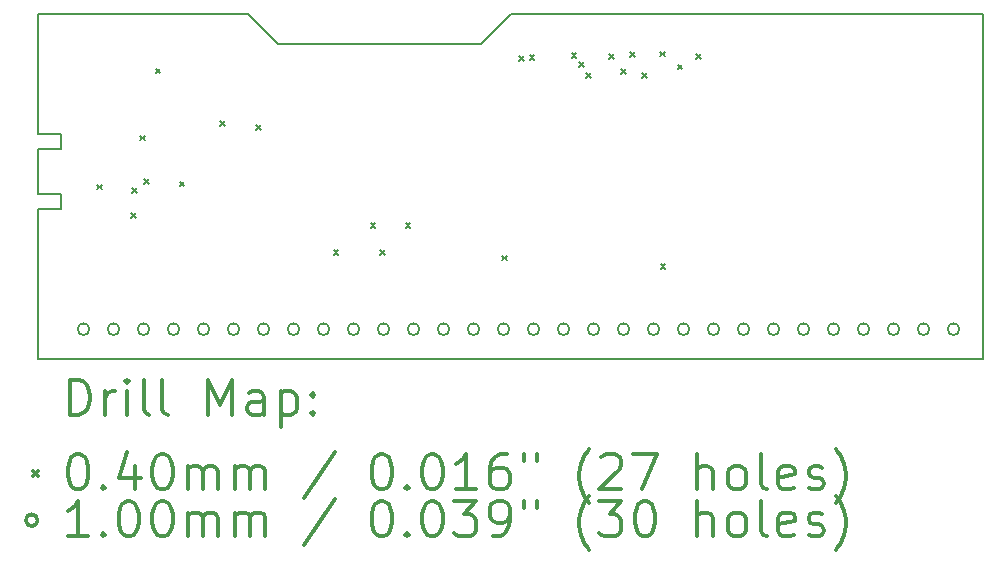
<source format=gbr>
%FSLAX45Y45*%
G04 Gerber Fmt 4.5, Leading zero omitted, Abs format (unit mm)*
G04 Created by KiCad (PCBNEW 4.0.7) date Sun Nov 12 16:40:51 2017*
%MOMM*%
%LPD*%
G01*
G04 APERTURE LIST*
%ADD10C,0.127000*%
%ADD11C,0.150000*%
%ADD12C,0.200000*%
%ADD13C,0.300000*%
G04 APERTURE END LIST*
D10*
D11*
X7366000Y-16002000D02*
X7366000Y-17272000D01*
X7556500Y-16002000D02*
X7366000Y-16002000D01*
X7556500Y-15875000D02*
X7556500Y-16002000D01*
X7366000Y-15875000D02*
X7556500Y-15875000D01*
X7366000Y-15494000D02*
X7366000Y-15875000D01*
X7556500Y-15494000D02*
X7366000Y-15494000D01*
X7556500Y-15367000D02*
X7556500Y-15494000D01*
X7366000Y-15367000D02*
X7556500Y-15367000D01*
X7366000Y-14922500D02*
X7366000Y-15367000D01*
X11366500Y-14351000D02*
X15367000Y-14351000D01*
X11112500Y-14605000D02*
X11366500Y-14351000D01*
X9398000Y-14605000D02*
X11112500Y-14605000D01*
X9144000Y-14351000D02*
X9398000Y-14605000D01*
X7366000Y-14351000D02*
X9144000Y-14351000D01*
X15367000Y-14351000D02*
X15367000Y-17208500D01*
X7366000Y-14541500D02*
X7366000Y-14351000D01*
X7366000Y-14922500D02*
X7366000Y-14541500D01*
X15367000Y-17272000D02*
X7747000Y-17272000D01*
X15367000Y-17208500D02*
X15367000Y-17272000D01*
X7747000Y-17272000D02*
X7366000Y-17272000D01*
D12*
X7860690Y-15794500D02*
X7900690Y-15834500D01*
X7900690Y-15794500D02*
X7860690Y-15834500D01*
X8149840Y-16037070D02*
X8189840Y-16077070D01*
X8189840Y-16037070D02*
X8149840Y-16077070D01*
X8161340Y-15826190D02*
X8201340Y-15866190D01*
X8201340Y-15826190D02*
X8161340Y-15866190D01*
X8228230Y-15379300D02*
X8268230Y-15419300D01*
X8268230Y-15379300D02*
X8228230Y-15419300D01*
X8260650Y-15745190D02*
X8300650Y-15785190D01*
X8300650Y-15745190D02*
X8260650Y-15785190D01*
X8358280Y-14811450D02*
X8398280Y-14851450D01*
X8398280Y-14811450D02*
X8358280Y-14851450D01*
X8560550Y-15767590D02*
X8600550Y-15807590D01*
X8600550Y-15767590D02*
X8560550Y-15807590D01*
X8901740Y-15257270D02*
X8941740Y-15297270D01*
X8941740Y-15257270D02*
X8901740Y-15297270D01*
X9211690Y-15291250D02*
X9251690Y-15331250D01*
X9251690Y-15291250D02*
X9211690Y-15331250D01*
X9864090Y-16347090D02*
X9904090Y-16387090D01*
X9904090Y-16347090D02*
X9864090Y-16387090D01*
X10178880Y-16122730D02*
X10218880Y-16162730D01*
X10218880Y-16122730D02*
X10178880Y-16162730D01*
X10257580Y-16348550D02*
X10297580Y-16388550D01*
X10297580Y-16348550D02*
X10257580Y-16388550D01*
X10473630Y-16117120D02*
X10513630Y-16157120D01*
X10513630Y-16117120D02*
X10473630Y-16157120D01*
X11290020Y-16394420D02*
X11330020Y-16434420D01*
X11330020Y-16394420D02*
X11290020Y-16434420D01*
X11437470Y-14708770D02*
X11477470Y-14748770D01*
X11477470Y-14708770D02*
X11437470Y-14748770D01*
X11525200Y-14699150D02*
X11565200Y-14739150D01*
X11565200Y-14699150D02*
X11525200Y-14739150D01*
X11880070Y-14678230D02*
X11920070Y-14718230D01*
X11920070Y-14678230D02*
X11880070Y-14718230D01*
X11942160Y-14757330D02*
X11982160Y-14797330D01*
X11982160Y-14757330D02*
X11942160Y-14797330D01*
X12005410Y-14847650D02*
X12045410Y-14887650D01*
X12045410Y-14847650D02*
X12005410Y-14887650D01*
X12198900Y-14690450D02*
X12238900Y-14730450D01*
X12238900Y-14690450D02*
X12198900Y-14730450D01*
X12298200Y-14817600D02*
X12338200Y-14857600D01*
X12338200Y-14817600D02*
X12298200Y-14857600D01*
X12372320Y-14674800D02*
X12412320Y-14714800D01*
X12412320Y-14674800D02*
X12372320Y-14714800D01*
X12478350Y-14850710D02*
X12518350Y-14890710D01*
X12518350Y-14850710D02*
X12478350Y-14890710D01*
X12628970Y-14668030D02*
X12668970Y-14708030D01*
X12668970Y-14668030D02*
X12628970Y-14708030D01*
X12633080Y-16468030D02*
X12673080Y-16508030D01*
X12673080Y-16468030D02*
X12633080Y-16508030D01*
X12776940Y-14777740D02*
X12816940Y-14817740D01*
X12816940Y-14777740D02*
X12776940Y-14817740D01*
X12934990Y-14687980D02*
X12974990Y-14727980D01*
X12974990Y-14687980D02*
X12934990Y-14727980D01*
X7797000Y-17018000D02*
G75*
G03X7797000Y-17018000I-50000J0D01*
G01*
X8051000Y-17018000D02*
G75*
G03X8051000Y-17018000I-50000J0D01*
G01*
X8305000Y-17018000D02*
G75*
G03X8305000Y-17018000I-50000J0D01*
G01*
X8559000Y-17018000D02*
G75*
G03X8559000Y-17018000I-50000J0D01*
G01*
X8813000Y-17018000D02*
G75*
G03X8813000Y-17018000I-50000J0D01*
G01*
X9067000Y-17018000D02*
G75*
G03X9067000Y-17018000I-50000J0D01*
G01*
X9321000Y-17018000D02*
G75*
G03X9321000Y-17018000I-50000J0D01*
G01*
X9575000Y-17018000D02*
G75*
G03X9575000Y-17018000I-50000J0D01*
G01*
X9829000Y-17018000D02*
G75*
G03X9829000Y-17018000I-50000J0D01*
G01*
X10083000Y-17018000D02*
G75*
G03X10083000Y-17018000I-50000J0D01*
G01*
X10337000Y-17018000D02*
G75*
G03X10337000Y-17018000I-50000J0D01*
G01*
X10591000Y-17018000D02*
G75*
G03X10591000Y-17018000I-50000J0D01*
G01*
X10845000Y-17018000D02*
G75*
G03X10845000Y-17018000I-50000J0D01*
G01*
X11099000Y-17018000D02*
G75*
G03X11099000Y-17018000I-50000J0D01*
G01*
X11353000Y-17018000D02*
G75*
G03X11353000Y-17018000I-50000J0D01*
G01*
X11607000Y-17018000D02*
G75*
G03X11607000Y-17018000I-50000J0D01*
G01*
X11861000Y-17018000D02*
G75*
G03X11861000Y-17018000I-50000J0D01*
G01*
X12115000Y-17018000D02*
G75*
G03X12115000Y-17018000I-50000J0D01*
G01*
X12369000Y-17018000D02*
G75*
G03X12369000Y-17018000I-50000J0D01*
G01*
X12623000Y-17018000D02*
G75*
G03X12623000Y-17018000I-50000J0D01*
G01*
X12877000Y-17018000D02*
G75*
G03X12877000Y-17018000I-50000J0D01*
G01*
X13131000Y-17018000D02*
G75*
G03X13131000Y-17018000I-50000J0D01*
G01*
X13385000Y-17018000D02*
G75*
G03X13385000Y-17018000I-50000J0D01*
G01*
X13639000Y-17018000D02*
G75*
G03X13639000Y-17018000I-50000J0D01*
G01*
X13893000Y-17018000D02*
G75*
G03X13893000Y-17018000I-50000J0D01*
G01*
X14147000Y-17018000D02*
G75*
G03X14147000Y-17018000I-50000J0D01*
G01*
X14401000Y-17018000D02*
G75*
G03X14401000Y-17018000I-50000J0D01*
G01*
X14655000Y-17018000D02*
G75*
G03X14655000Y-17018000I-50000J0D01*
G01*
X14909000Y-17018000D02*
G75*
G03X14909000Y-17018000I-50000J0D01*
G01*
X15163000Y-17018000D02*
G75*
G03X15163000Y-17018000I-50000J0D01*
G01*
D13*
X7629928Y-17745214D02*
X7629928Y-17445214D01*
X7701357Y-17445214D01*
X7744214Y-17459500D01*
X7772786Y-17488072D01*
X7787071Y-17516643D01*
X7801357Y-17573786D01*
X7801357Y-17616643D01*
X7787071Y-17673786D01*
X7772786Y-17702357D01*
X7744214Y-17730929D01*
X7701357Y-17745214D01*
X7629928Y-17745214D01*
X7929928Y-17745214D02*
X7929928Y-17545214D01*
X7929928Y-17602357D02*
X7944214Y-17573786D01*
X7958500Y-17559500D01*
X7987071Y-17545214D01*
X8015643Y-17545214D01*
X8115643Y-17745214D02*
X8115643Y-17545214D01*
X8115643Y-17445214D02*
X8101357Y-17459500D01*
X8115643Y-17473786D01*
X8129928Y-17459500D01*
X8115643Y-17445214D01*
X8115643Y-17473786D01*
X8301357Y-17745214D02*
X8272786Y-17730929D01*
X8258500Y-17702357D01*
X8258500Y-17445214D01*
X8458500Y-17745214D02*
X8429929Y-17730929D01*
X8415643Y-17702357D01*
X8415643Y-17445214D01*
X8801357Y-17745214D02*
X8801357Y-17445214D01*
X8901357Y-17659500D01*
X9001357Y-17445214D01*
X9001357Y-17745214D01*
X9272786Y-17745214D02*
X9272786Y-17588072D01*
X9258500Y-17559500D01*
X9229929Y-17545214D01*
X9172786Y-17545214D01*
X9144214Y-17559500D01*
X9272786Y-17730929D02*
X9244214Y-17745214D01*
X9172786Y-17745214D01*
X9144214Y-17730929D01*
X9129929Y-17702357D01*
X9129929Y-17673786D01*
X9144214Y-17645214D01*
X9172786Y-17630929D01*
X9244214Y-17630929D01*
X9272786Y-17616643D01*
X9415643Y-17545214D02*
X9415643Y-17845214D01*
X9415643Y-17559500D02*
X9444214Y-17545214D01*
X9501357Y-17545214D01*
X9529929Y-17559500D01*
X9544214Y-17573786D01*
X9558500Y-17602357D01*
X9558500Y-17688072D01*
X9544214Y-17716643D01*
X9529929Y-17730929D01*
X9501357Y-17745214D01*
X9444214Y-17745214D01*
X9415643Y-17730929D01*
X9687071Y-17716643D02*
X9701357Y-17730929D01*
X9687071Y-17745214D01*
X9672786Y-17730929D01*
X9687071Y-17716643D01*
X9687071Y-17745214D01*
X9687071Y-17559500D02*
X9701357Y-17573786D01*
X9687071Y-17588072D01*
X9672786Y-17573786D01*
X9687071Y-17559500D01*
X9687071Y-17588072D01*
X7318500Y-18219500D02*
X7358500Y-18259500D01*
X7358500Y-18219500D02*
X7318500Y-18259500D01*
X7687071Y-18075214D02*
X7715643Y-18075214D01*
X7744214Y-18089500D01*
X7758500Y-18103786D01*
X7772786Y-18132357D01*
X7787071Y-18189500D01*
X7787071Y-18260929D01*
X7772786Y-18318072D01*
X7758500Y-18346643D01*
X7744214Y-18360929D01*
X7715643Y-18375214D01*
X7687071Y-18375214D01*
X7658500Y-18360929D01*
X7644214Y-18346643D01*
X7629928Y-18318072D01*
X7615643Y-18260929D01*
X7615643Y-18189500D01*
X7629928Y-18132357D01*
X7644214Y-18103786D01*
X7658500Y-18089500D01*
X7687071Y-18075214D01*
X7915643Y-18346643D02*
X7929928Y-18360929D01*
X7915643Y-18375214D01*
X7901357Y-18360929D01*
X7915643Y-18346643D01*
X7915643Y-18375214D01*
X8187071Y-18175214D02*
X8187071Y-18375214D01*
X8115643Y-18060929D02*
X8044214Y-18275214D01*
X8229928Y-18275214D01*
X8401357Y-18075214D02*
X8429929Y-18075214D01*
X8458500Y-18089500D01*
X8472786Y-18103786D01*
X8487071Y-18132357D01*
X8501357Y-18189500D01*
X8501357Y-18260929D01*
X8487071Y-18318072D01*
X8472786Y-18346643D01*
X8458500Y-18360929D01*
X8429929Y-18375214D01*
X8401357Y-18375214D01*
X8372786Y-18360929D01*
X8358500Y-18346643D01*
X8344214Y-18318072D01*
X8329928Y-18260929D01*
X8329928Y-18189500D01*
X8344214Y-18132357D01*
X8358500Y-18103786D01*
X8372786Y-18089500D01*
X8401357Y-18075214D01*
X8629929Y-18375214D02*
X8629929Y-18175214D01*
X8629929Y-18203786D02*
X8644214Y-18189500D01*
X8672786Y-18175214D01*
X8715643Y-18175214D01*
X8744214Y-18189500D01*
X8758500Y-18218072D01*
X8758500Y-18375214D01*
X8758500Y-18218072D02*
X8772786Y-18189500D01*
X8801357Y-18175214D01*
X8844214Y-18175214D01*
X8872786Y-18189500D01*
X8887071Y-18218072D01*
X8887071Y-18375214D01*
X9029929Y-18375214D02*
X9029929Y-18175214D01*
X9029929Y-18203786D02*
X9044214Y-18189500D01*
X9072786Y-18175214D01*
X9115643Y-18175214D01*
X9144214Y-18189500D01*
X9158500Y-18218072D01*
X9158500Y-18375214D01*
X9158500Y-18218072D02*
X9172786Y-18189500D01*
X9201357Y-18175214D01*
X9244214Y-18175214D01*
X9272786Y-18189500D01*
X9287071Y-18218072D01*
X9287071Y-18375214D01*
X9872786Y-18060929D02*
X9615643Y-18446643D01*
X10258500Y-18075214D02*
X10287071Y-18075214D01*
X10315643Y-18089500D01*
X10329928Y-18103786D01*
X10344214Y-18132357D01*
X10358500Y-18189500D01*
X10358500Y-18260929D01*
X10344214Y-18318072D01*
X10329928Y-18346643D01*
X10315643Y-18360929D01*
X10287071Y-18375214D01*
X10258500Y-18375214D01*
X10229928Y-18360929D01*
X10215643Y-18346643D01*
X10201357Y-18318072D01*
X10187071Y-18260929D01*
X10187071Y-18189500D01*
X10201357Y-18132357D01*
X10215643Y-18103786D01*
X10229928Y-18089500D01*
X10258500Y-18075214D01*
X10487071Y-18346643D02*
X10501357Y-18360929D01*
X10487071Y-18375214D01*
X10472786Y-18360929D01*
X10487071Y-18346643D01*
X10487071Y-18375214D01*
X10687071Y-18075214D02*
X10715643Y-18075214D01*
X10744214Y-18089500D01*
X10758500Y-18103786D01*
X10772786Y-18132357D01*
X10787071Y-18189500D01*
X10787071Y-18260929D01*
X10772786Y-18318072D01*
X10758500Y-18346643D01*
X10744214Y-18360929D01*
X10715643Y-18375214D01*
X10687071Y-18375214D01*
X10658500Y-18360929D01*
X10644214Y-18346643D01*
X10629928Y-18318072D01*
X10615643Y-18260929D01*
X10615643Y-18189500D01*
X10629928Y-18132357D01*
X10644214Y-18103786D01*
X10658500Y-18089500D01*
X10687071Y-18075214D01*
X11072786Y-18375214D02*
X10901357Y-18375214D01*
X10987071Y-18375214D02*
X10987071Y-18075214D01*
X10958500Y-18118072D01*
X10929928Y-18146643D01*
X10901357Y-18160929D01*
X11329928Y-18075214D02*
X11272785Y-18075214D01*
X11244214Y-18089500D01*
X11229928Y-18103786D01*
X11201357Y-18146643D01*
X11187071Y-18203786D01*
X11187071Y-18318072D01*
X11201357Y-18346643D01*
X11215643Y-18360929D01*
X11244214Y-18375214D01*
X11301357Y-18375214D01*
X11329928Y-18360929D01*
X11344214Y-18346643D01*
X11358500Y-18318072D01*
X11358500Y-18246643D01*
X11344214Y-18218072D01*
X11329928Y-18203786D01*
X11301357Y-18189500D01*
X11244214Y-18189500D01*
X11215643Y-18203786D01*
X11201357Y-18218072D01*
X11187071Y-18246643D01*
X11472786Y-18075214D02*
X11472786Y-18132357D01*
X11587071Y-18075214D02*
X11587071Y-18132357D01*
X12029928Y-18489500D02*
X12015643Y-18475214D01*
X11987071Y-18432357D01*
X11972785Y-18403786D01*
X11958500Y-18360929D01*
X11944214Y-18289500D01*
X11944214Y-18232357D01*
X11958500Y-18160929D01*
X11972785Y-18118072D01*
X11987071Y-18089500D01*
X12015643Y-18046643D01*
X12029928Y-18032357D01*
X12129928Y-18103786D02*
X12144214Y-18089500D01*
X12172785Y-18075214D01*
X12244214Y-18075214D01*
X12272785Y-18089500D01*
X12287071Y-18103786D01*
X12301357Y-18132357D01*
X12301357Y-18160929D01*
X12287071Y-18203786D01*
X12115643Y-18375214D01*
X12301357Y-18375214D01*
X12401357Y-18075214D02*
X12601357Y-18075214D01*
X12472785Y-18375214D01*
X12944214Y-18375214D02*
X12944214Y-18075214D01*
X13072785Y-18375214D02*
X13072785Y-18218072D01*
X13058500Y-18189500D01*
X13029928Y-18175214D01*
X12987071Y-18175214D01*
X12958500Y-18189500D01*
X12944214Y-18203786D01*
X13258500Y-18375214D02*
X13229928Y-18360929D01*
X13215643Y-18346643D01*
X13201357Y-18318072D01*
X13201357Y-18232357D01*
X13215643Y-18203786D01*
X13229928Y-18189500D01*
X13258500Y-18175214D01*
X13301357Y-18175214D01*
X13329928Y-18189500D01*
X13344214Y-18203786D01*
X13358500Y-18232357D01*
X13358500Y-18318072D01*
X13344214Y-18346643D01*
X13329928Y-18360929D01*
X13301357Y-18375214D01*
X13258500Y-18375214D01*
X13529928Y-18375214D02*
X13501357Y-18360929D01*
X13487071Y-18332357D01*
X13487071Y-18075214D01*
X13758500Y-18360929D02*
X13729928Y-18375214D01*
X13672786Y-18375214D01*
X13644214Y-18360929D01*
X13629928Y-18332357D01*
X13629928Y-18218072D01*
X13644214Y-18189500D01*
X13672786Y-18175214D01*
X13729928Y-18175214D01*
X13758500Y-18189500D01*
X13772786Y-18218072D01*
X13772786Y-18246643D01*
X13629928Y-18275214D01*
X13887071Y-18360929D02*
X13915643Y-18375214D01*
X13972786Y-18375214D01*
X14001357Y-18360929D01*
X14015643Y-18332357D01*
X14015643Y-18318072D01*
X14001357Y-18289500D01*
X13972786Y-18275214D01*
X13929928Y-18275214D01*
X13901357Y-18260929D01*
X13887071Y-18232357D01*
X13887071Y-18218072D01*
X13901357Y-18189500D01*
X13929928Y-18175214D01*
X13972786Y-18175214D01*
X14001357Y-18189500D01*
X14115643Y-18489500D02*
X14129928Y-18475214D01*
X14158500Y-18432357D01*
X14172786Y-18403786D01*
X14187071Y-18360929D01*
X14201357Y-18289500D01*
X14201357Y-18232357D01*
X14187071Y-18160929D01*
X14172786Y-18118072D01*
X14158500Y-18089500D01*
X14129928Y-18046643D01*
X14115643Y-18032357D01*
X7358500Y-18635500D02*
G75*
G03X7358500Y-18635500I-50000J0D01*
G01*
X7787071Y-18771214D02*
X7615643Y-18771214D01*
X7701357Y-18771214D02*
X7701357Y-18471214D01*
X7672786Y-18514072D01*
X7644214Y-18542643D01*
X7615643Y-18556929D01*
X7915643Y-18742643D02*
X7929928Y-18756929D01*
X7915643Y-18771214D01*
X7901357Y-18756929D01*
X7915643Y-18742643D01*
X7915643Y-18771214D01*
X8115643Y-18471214D02*
X8144214Y-18471214D01*
X8172786Y-18485500D01*
X8187071Y-18499786D01*
X8201357Y-18528357D01*
X8215643Y-18585500D01*
X8215643Y-18656929D01*
X8201357Y-18714072D01*
X8187071Y-18742643D01*
X8172786Y-18756929D01*
X8144214Y-18771214D01*
X8115643Y-18771214D01*
X8087071Y-18756929D01*
X8072786Y-18742643D01*
X8058500Y-18714072D01*
X8044214Y-18656929D01*
X8044214Y-18585500D01*
X8058500Y-18528357D01*
X8072786Y-18499786D01*
X8087071Y-18485500D01*
X8115643Y-18471214D01*
X8401357Y-18471214D02*
X8429929Y-18471214D01*
X8458500Y-18485500D01*
X8472786Y-18499786D01*
X8487071Y-18528357D01*
X8501357Y-18585500D01*
X8501357Y-18656929D01*
X8487071Y-18714072D01*
X8472786Y-18742643D01*
X8458500Y-18756929D01*
X8429929Y-18771214D01*
X8401357Y-18771214D01*
X8372786Y-18756929D01*
X8358500Y-18742643D01*
X8344214Y-18714072D01*
X8329928Y-18656929D01*
X8329928Y-18585500D01*
X8344214Y-18528357D01*
X8358500Y-18499786D01*
X8372786Y-18485500D01*
X8401357Y-18471214D01*
X8629929Y-18771214D02*
X8629929Y-18571214D01*
X8629929Y-18599786D02*
X8644214Y-18585500D01*
X8672786Y-18571214D01*
X8715643Y-18571214D01*
X8744214Y-18585500D01*
X8758500Y-18614072D01*
X8758500Y-18771214D01*
X8758500Y-18614072D02*
X8772786Y-18585500D01*
X8801357Y-18571214D01*
X8844214Y-18571214D01*
X8872786Y-18585500D01*
X8887071Y-18614072D01*
X8887071Y-18771214D01*
X9029929Y-18771214D02*
X9029929Y-18571214D01*
X9029929Y-18599786D02*
X9044214Y-18585500D01*
X9072786Y-18571214D01*
X9115643Y-18571214D01*
X9144214Y-18585500D01*
X9158500Y-18614072D01*
X9158500Y-18771214D01*
X9158500Y-18614072D02*
X9172786Y-18585500D01*
X9201357Y-18571214D01*
X9244214Y-18571214D01*
X9272786Y-18585500D01*
X9287071Y-18614072D01*
X9287071Y-18771214D01*
X9872786Y-18456929D02*
X9615643Y-18842643D01*
X10258500Y-18471214D02*
X10287071Y-18471214D01*
X10315643Y-18485500D01*
X10329928Y-18499786D01*
X10344214Y-18528357D01*
X10358500Y-18585500D01*
X10358500Y-18656929D01*
X10344214Y-18714072D01*
X10329928Y-18742643D01*
X10315643Y-18756929D01*
X10287071Y-18771214D01*
X10258500Y-18771214D01*
X10229928Y-18756929D01*
X10215643Y-18742643D01*
X10201357Y-18714072D01*
X10187071Y-18656929D01*
X10187071Y-18585500D01*
X10201357Y-18528357D01*
X10215643Y-18499786D01*
X10229928Y-18485500D01*
X10258500Y-18471214D01*
X10487071Y-18742643D02*
X10501357Y-18756929D01*
X10487071Y-18771214D01*
X10472786Y-18756929D01*
X10487071Y-18742643D01*
X10487071Y-18771214D01*
X10687071Y-18471214D02*
X10715643Y-18471214D01*
X10744214Y-18485500D01*
X10758500Y-18499786D01*
X10772786Y-18528357D01*
X10787071Y-18585500D01*
X10787071Y-18656929D01*
X10772786Y-18714072D01*
X10758500Y-18742643D01*
X10744214Y-18756929D01*
X10715643Y-18771214D01*
X10687071Y-18771214D01*
X10658500Y-18756929D01*
X10644214Y-18742643D01*
X10629928Y-18714072D01*
X10615643Y-18656929D01*
X10615643Y-18585500D01*
X10629928Y-18528357D01*
X10644214Y-18499786D01*
X10658500Y-18485500D01*
X10687071Y-18471214D01*
X10887071Y-18471214D02*
X11072786Y-18471214D01*
X10972786Y-18585500D01*
X11015643Y-18585500D01*
X11044214Y-18599786D01*
X11058500Y-18614072D01*
X11072786Y-18642643D01*
X11072786Y-18714072D01*
X11058500Y-18742643D01*
X11044214Y-18756929D01*
X11015643Y-18771214D01*
X10929928Y-18771214D01*
X10901357Y-18756929D01*
X10887071Y-18742643D01*
X11215643Y-18771214D02*
X11272785Y-18771214D01*
X11301357Y-18756929D01*
X11315643Y-18742643D01*
X11344214Y-18699786D01*
X11358500Y-18642643D01*
X11358500Y-18528357D01*
X11344214Y-18499786D01*
X11329928Y-18485500D01*
X11301357Y-18471214D01*
X11244214Y-18471214D01*
X11215643Y-18485500D01*
X11201357Y-18499786D01*
X11187071Y-18528357D01*
X11187071Y-18599786D01*
X11201357Y-18628357D01*
X11215643Y-18642643D01*
X11244214Y-18656929D01*
X11301357Y-18656929D01*
X11329928Y-18642643D01*
X11344214Y-18628357D01*
X11358500Y-18599786D01*
X11472786Y-18471214D02*
X11472786Y-18528357D01*
X11587071Y-18471214D02*
X11587071Y-18528357D01*
X12029928Y-18885500D02*
X12015643Y-18871214D01*
X11987071Y-18828357D01*
X11972785Y-18799786D01*
X11958500Y-18756929D01*
X11944214Y-18685500D01*
X11944214Y-18628357D01*
X11958500Y-18556929D01*
X11972785Y-18514072D01*
X11987071Y-18485500D01*
X12015643Y-18442643D01*
X12029928Y-18428357D01*
X12115643Y-18471214D02*
X12301357Y-18471214D01*
X12201357Y-18585500D01*
X12244214Y-18585500D01*
X12272785Y-18599786D01*
X12287071Y-18614072D01*
X12301357Y-18642643D01*
X12301357Y-18714072D01*
X12287071Y-18742643D01*
X12272785Y-18756929D01*
X12244214Y-18771214D01*
X12158500Y-18771214D01*
X12129928Y-18756929D01*
X12115643Y-18742643D01*
X12487071Y-18471214D02*
X12515643Y-18471214D01*
X12544214Y-18485500D01*
X12558500Y-18499786D01*
X12572785Y-18528357D01*
X12587071Y-18585500D01*
X12587071Y-18656929D01*
X12572785Y-18714072D01*
X12558500Y-18742643D01*
X12544214Y-18756929D01*
X12515643Y-18771214D01*
X12487071Y-18771214D01*
X12458500Y-18756929D01*
X12444214Y-18742643D01*
X12429928Y-18714072D01*
X12415643Y-18656929D01*
X12415643Y-18585500D01*
X12429928Y-18528357D01*
X12444214Y-18499786D01*
X12458500Y-18485500D01*
X12487071Y-18471214D01*
X12944214Y-18771214D02*
X12944214Y-18471214D01*
X13072785Y-18771214D02*
X13072785Y-18614072D01*
X13058500Y-18585500D01*
X13029928Y-18571214D01*
X12987071Y-18571214D01*
X12958500Y-18585500D01*
X12944214Y-18599786D01*
X13258500Y-18771214D02*
X13229928Y-18756929D01*
X13215643Y-18742643D01*
X13201357Y-18714072D01*
X13201357Y-18628357D01*
X13215643Y-18599786D01*
X13229928Y-18585500D01*
X13258500Y-18571214D01*
X13301357Y-18571214D01*
X13329928Y-18585500D01*
X13344214Y-18599786D01*
X13358500Y-18628357D01*
X13358500Y-18714072D01*
X13344214Y-18742643D01*
X13329928Y-18756929D01*
X13301357Y-18771214D01*
X13258500Y-18771214D01*
X13529928Y-18771214D02*
X13501357Y-18756929D01*
X13487071Y-18728357D01*
X13487071Y-18471214D01*
X13758500Y-18756929D02*
X13729928Y-18771214D01*
X13672786Y-18771214D01*
X13644214Y-18756929D01*
X13629928Y-18728357D01*
X13629928Y-18614072D01*
X13644214Y-18585500D01*
X13672786Y-18571214D01*
X13729928Y-18571214D01*
X13758500Y-18585500D01*
X13772786Y-18614072D01*
X13772786Y-18642643D01*
X13629928Y-18671214D01*
X13887071Y-18756929D02*
X13915643Y-18771214D01*
X13972786Y-18771214D01*
X14001357Y-18756929D01*
X14015643Y-18728357D01*
X14015643Y-18714072D01*
X14001357Y-18685500D01*
X13972786Y-18671214D01*
X13929928Y-18671214D01*
X13901357Y-18656929D01*
X13887071Y-18628357D01*
X13887071Y-18614072D01*
X13901357Y-18585500D01*
X13929928Y-18571214D01*
X13972786Y-18571214D01*
X14001357Y-18585500D01*
X14115643Y-18885500D02*
X14129928Y-18871214D01*
X14158500Y-18828357D01*
X14172786Y-18799786D01*
X14187071Y-18756929D01*
X14201357Y-18685500D01*
X14201357Y-18628357D01*
X14187071Y-18556929D01*
X14172786Y-18514072D01*
X14158500Y-18485500D01*
X14129928Y-18442643D01*
X14115643Y-18428357D01*
M02*

</source>
